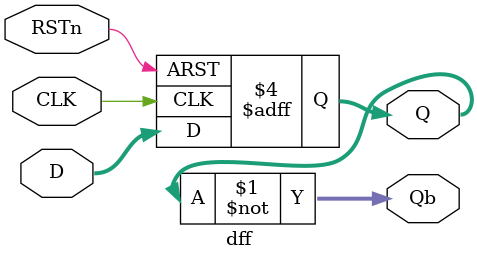
<source format=v>
module dff(D,RSTn,CLK,Q,Qb);

input [1:0] D;
input RSTn, CLK;
output reg [1:0] Q;
output [1:0] Qb;

assign Qb=~Q;

always @(posedge CLK or negedge RSTn) begin

if(!RSTn)
    Q <= 2'b00;
else
    Q <= D;
end

endmodule
</source>
